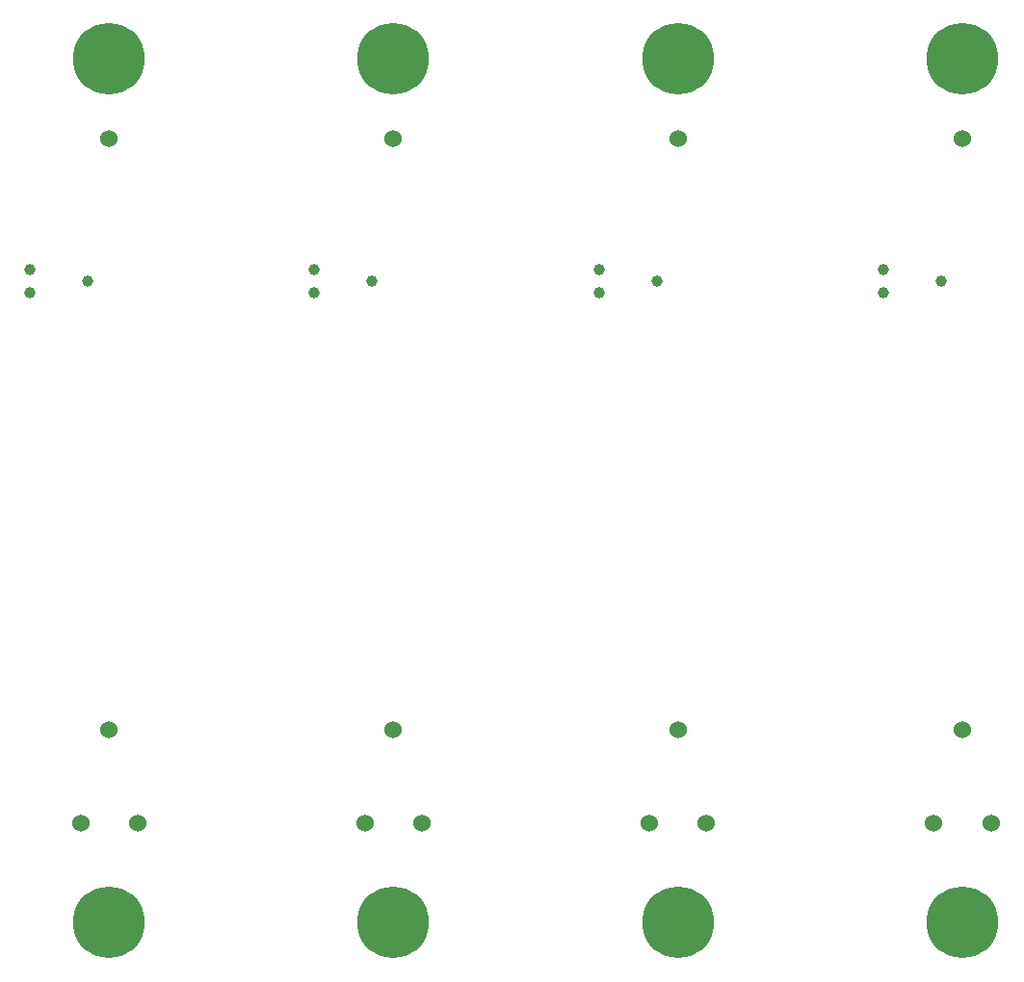
<source format=gbs>
G04 #@! TF.GenerationSoftware,KiCad,Pcbnew,no-vcs-found-835c19f~60~ubuntu16.04.1*
G04 #@! TF.CreationDate,2017-10-18T23:44:36+01:00*
G04 #@! TF.ProjectId,panel_altimeter,70616E656C5F616C74696D657465722E,rev?*
G04 #@! TF.SameCoordinates,Original*
G04 #@! TF.FileFunction,Soldermask,Bot*
G04 #@! TF.FilePolarity,Negative*
%FSLAX46Y46*%
G04 Gerber Fmt 4.6, Leading zero omitted, Abs format (unit mm)*
G04 Created by KiCad (PCBNEW no-vcs-found-835c19f~60~ubuntu16.04.1) date Wed Oct 18 23:44:36 2017*
%MOMM*%
%LPD*%
G01*
G04 APERTURE LIST*
%ADD10C,0.600000*%
%ADD11C,6.300000*%
%ADD12C,1.524000*%
%ADD13C,1.000000*%
G04 APERTURE END LIST*
D10*
X108800000Y-33800000D03*
X105200000Y-33800000D03*
X108800000Y-30200000D03*
X105200000Y-30200000D03*
X104500000Y-32000000D03*
X107000000Y-34500000D03*
X109500000Y-32000000D03*
X107000000Y-29500000D03*
D11*
X107000000Y-32000000D03*
D12*
X107000000Y-91000000D03*
X107000000Y-39000000D03*
D11*
X107000000Y-108000000D03*
D10*
X107000000Y-105500000D03*
X109500000Y-108000000D03*
X107000000Y-110500000D03*
X104500000Y-108000000D03*
X105200000Y-106200000D03*
X108800000Y-106200000D03*
X105200000Y-109800000D03*
X108800000Y-109800000D03*
D13*
X100060000Y-52611000D03*
X100060000Y-50579000D03*
X105140000Y-51595000D03*
D12*
X109500000Y-99250000D03*
X104500000Y-99250000D03*
D11*
X82000000Y-32000000D03*
D10*
X82000000Y-29500000D03*
X84500000Y-32000000D03*
X82000000Y-34500000D03*
X79500000Y-32000000D03*
X80200000Y-30200000D03*
X83800000Y-30200000D03*
X80200000Y-33800000D03*
X83800000Y-33800000D03*
D12*
X82000000Y-39000000D03*
X82000000Y-91000000D03*
D10*
X83800000Y-109800000D03*
X80200000Y-109800000D03*
X83800000Y-106200000D03*
X80200000Y-106200000D03*
X79500000Y-108000000D03*
X82000000Y-110500000D03*
X84500000Y-108000000D03*
X82000000Y-105500000D03*
D11*
X82000000Y-108000000D03*
D13*
X80140000Y-51595000D03*
X75060000Y-50579000D03*
X75060000Y-52611000D03*
D12*
X79500000Y-99250000D03*
X84500000Y-99250000D03*
D11*
X57000000Y-108000000D03*
D10*
X57000000Y-105500000D03*
X59500000Y-108000000D03*
X57000000Y-110500000D03*
X54500000Y-108000000D03*
X55200000Y-106200000D03*
X58800000Y-106200000D03*
X55200000Y-109800000D03*
X58800000Y-109800000D03*
D13*
X50060000Y-52611000D03*
X50060000Y-50579000D03*
X55140000Y-51595000D03*
D12*
X59500000Y-99250000D03*
X54500000Y-99250000D03*
D10*
X58800000Y-33800000D03*
X55200000Y-33800000D03*
X58800000Y-30200000D03*
X55200000Y-30200000D03*
X54500000Y-32000000D03*
X57000000Y-34500000D03*
X59500000Y-32000000D03*
X57000000Y-29500000D03*
D11*
X57000000Y-32000000D03*
D12*
X57000000Y-91000000D03*
X57000000Y-39000000D03*
X32000000Y-39000000D03*
X32000000Y-91000000D03*
X29500000Y-99250000D03*
X34500000Y-99250000D03*
D13*
X30140000Y-51595000D03*
X25060000Y-50579000D03*
X25060000Y-52611000D03*
D11*
X32000000Y-32000000D03*
D10*
X32000000Y-29500000D03*
X34500000Y-32000000D03*
X32000000Y-34500000D03*
X29500000Y-32000000D03*
X30200000Y-30200000D03*
X33800000Y-30200000D03*
X30200000Y-33800000D03*
X33800000Y-33800000D03*
X33800000Y-109800000D03*
X30200000Y-109800000D03*
X33800000Y-106200000D03*
X30200000Y-106200000D03*
X29500000Y-108000000D03*
X32000000Y-110500000D03*
X34500000Y-108000000D03*
X32000000Y-105500000D03*
D11*
X32000000Y-108000000D03*
M02*

</source>
